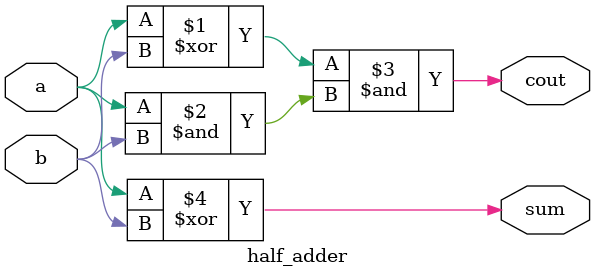
<source format=v>
module half_adder( 
input a, b,
output cout, sum );
assign cout = (a ^ b) & ( a & b );
assign sum = a ^ b;
endmodule

</source>
